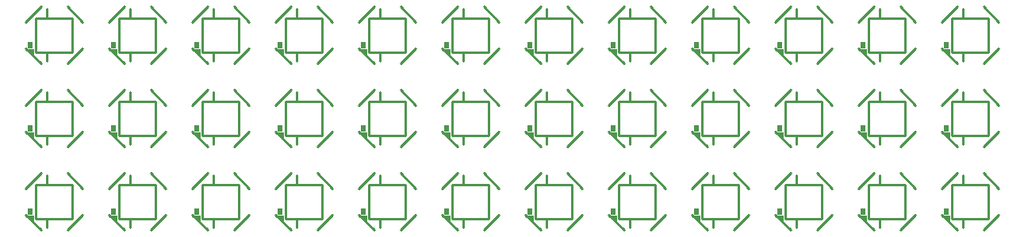
<source format=gbr>
G04 start of page 8 for group -4079 idx -4079 *
G04 Title: (unknown), topsilk *
G04 Creator: pcb 4.0.2 *
G04 CreationDate: Fri Mar 17 03:13:06 2023 UTC *
G04 For: railfan *
G04 Format: Gerber/RS-274X *
G04 PCB-Dimensions (mil): 4900.00 1150.00 *
G04 PCB-Coordinate-Origin: lower left *
%MOIN*%
%FSLAX25Y25*%
%LNTOPSILK*%
%ADD29C,0.0100*%
%ADD28C,0.0001*%
G54D28*G36*
X181500Y54500D02*X183500D01*
Y52000D01*
X181500D01*
Y54500D01*
G37*
G36*
X251500D02*X253500D01*
Y52000D01*
X251500D01*
Y54500D01*
G37*
G36*
X286500D02*X288500D01*
Y52000D01*
X286500D01*
Y54500D01*
G37*
G36*
X321500D02*X323500D01*
Y52000D01*
X321500D01*
Y54500D01*
G37*
G36*
X356500D02*X358500D01*
Y52000D01*
X356500D01*
Y54500D01*
G37*
G36*
X391500D02*X393500D01*
Y52000D01*
X391500D01*
Y54500D01*
G37*
G36*
X216500D02*X218500D01*
Y52000D01*
X216500D01*
Y54500D01*
G37*
G36*
X216000Y51500D02*X219000D01*
Y48500D01*
X216000Y51500D01*
G37*
G36*
X251000D02*X254000D01*
Y48500D01*
X251000Y51500D01*
G37*
G36*
X286000D02*X289000D01*
Y48500D01*
X286000Y51500D01*
G37*
G36*
X321000D02*X324000D01*
Y48500D01*
X321000Y51500D01*
G37*
G36*
X356000D02*X359000D01*
Y48500D01*
X356000Y51500D01*
G37*
G36*
X391000D02*X394000D01*
Y48500D01*
X391000Y51500D01*
G37*
G36*
X426500Y54500D02*X428500D01*
Y52000D01*
X426500D01*
Y54500D01*
G37*
G36*
X426000Y51500D02*X429000D01*
Y48500D01*
X426000Y51500D01*
G37*
G36*
X41500Y54500D02*X43500D01*
Y52000D01*
X41500D01*
Y54500D01*
G37*
G36*
X41000Y51500D02*X44000D01*
Y48500D01*
X41000Y51500D01*
G37*
G36*
X76500Y54500D02*X78500D01*
Y52000D01*
X76500D01*
Y54500D01*
G37*
G36*
X76000Y51500D02*X79000D01*
Y48500D01*
X76000Y51500D01*
G37*
G36*
X41500Y89500D02*X43500D01*
Y87000D01*
X41500D01*
Y89500D01*
G37*
G36*
X76500D02*X78500D01*
Y87000D01*
X76500D01*
Y89500D01*
G37*
G36*
X111500D02*X113500D01*
Y87000D01*
X111500D01*
Y89500D01*
G37*
G36*
X41000Y86500D02*X44000D01*
Y83500D01*
X41000Y86500D01*
G37*
G36*
X76000D02*X79000D01*
Y83500D01*
X76000Y86500D01*
G37*
G36*
X111000D02*X114000D01*
Y83500D01*
X111000Y86500D01*
G37*
G36*
X216000D02*X219000D01*
Y83500D01*
X216000Y86500D01*
G37*
G36*
X181000Y51500D02*X184000D01*
Y48500D01*
X181000Y51500D01*
G37*
G36*
Y86500D02*X184000D01*
Y83500D01*
X181000Y86500D01*
G37*
G36*
X146500Y89500D02*X148500D01*
Y87000D01*
X146500D01*
Y89500D01*
G37*
G36*
X181500D02*X183500D01*
Y87000D01*
X181500D01*
Y89500D01*
G37*
G36*
X216500D02*X218500D01*
Y87000D01*
X216500D01*
Y89500D01*
G37*
G36*
X251500D02*X253500D01*
Y87000D01*
X251500D01*
Y89500D01*
G37*
G36*
X251000Y86500D02*X254000D01*
Y83500D01*
X251000Y86500D01*
G37*
G36*
X286500Y89500D02*X288500D01*
Y87000D01*
X286500D01*
Y89500D01*
G37*
G36*
X356500D02*X358500D01*
Y87000D01*
X356500D01*
Y89500D01*
G37*
G36*
X391500D02*X393500D01*
Y87000D01*
X391500D01*
Y89500D01*
G37*
G36*
X426500D02*X428500D01*
Y87000D01*
X426500D01*
Y89500D01*
G37*
G36*
X286000Y86500D02*X289000D01*
Y83500D01*
X286000Y86500D01*
G37*
G36*
X321500Y89500D02*X323500D01*
Y87000D01*
X321500D01*
Y89500D01*
G37*
G36*
X321000Y86500D02*X324000D01*
Y83500D01*
X321000Y86500D01*
G37*
G36*
X356000D02*X359000D01*
Y83500D01*
X356000Y86500D01*
G37*
G36*
X391000D02*X394000D01*
Y83500D01*
X391000Y86500D01*
G37*
G36*
X426000D02*X429000D01*
Y83500D01*
X426000Y86500D01*
G37*
G36*
X111500Y54500D02*X113500D01*
Y52000D01*
X111500D01*
Y54500D01*
G37*
G36*
X111000Y51500D02*X114000D01*
Y48500D01*
X111000Y51500D01*
G37*
G36*
X146500Y54500D02*X148500D01*
Y52000D01*
X146500D01*
Y54500D01*
G37*
G36*
X146000Y51500D02*X149000D01*
Y48500D01*
X146000Y51500D01*
G37*
G36*
Y86500D02*X149000D01*
Y83500D01*
X146000Y86500D01*
G37*
G36*
X146500Y19500D02*X148500D01*
Y17000D01*
X146500D01*
Y19500D01*
G37*
G36*
X146000Y16500D02*X149000D01*
Y13500D01*
X146000Y16500D01*
G37*
G36*
X41500Y19500D02*X43500D01*
Y17000D01*
X41500D01*
Y19500D01*
G37*
G36*
X41000Y16500D02*X44000D01*
Y13500D01*
X41000Y16500D01*
G37*
G36*
X76500Y19500D02*X78500D01*
Y17000D01*
X76500D01*
Y19500D01*
G37*
G36*
X76000Y16500D02*X79000D01*
Y13500D01*
X76000Y16500D01*
G37*
G36*
X111500Y19500D02*X113500D01*
Y17000D01*
X111500D01*
Y19500D01*
G37*
G36*
X111000Y16500D02*X114000D01*
Y13500D01*
X111000Y16500D01*
G37*
G36*
X181500Y19500D02*X183500D01*
Y17000D01*
X181500D01*
Y19500D01*
G37*
G36*
X181000Y16500D02*X184000D01*
Y13500D01*
X181000Y16500D01*
G37*
G36*
X216500Y19500D02*X218500D01*
Y17000D01*
X216500D01*
Y19500D01*
G37*
G36*
X216000Y16500D02*X219000D01*
Y13500D01*
X216000Y16500D01*
G37*
G36*
X251500Y19500D02*X253500D01*
Y17000D01*
X251500D01*
Y19500D01*
G37*
G36*
X251000Y16500D02*X254000D01*
Y13500D01*
X251000Y16500D01*
G37*
G36*
X286500Y19500D02*X288500D01*
Y17000D01*
X286500D01*
Y19500D01*
G37*
G36*
X286000Y16500D02*X289000D01*
Y13500D01*
X286000Y16500D01*
G37*
G36*
X321500Y19500D02*X323500D01*
Y17000D01*
X321500D01*
Y19500D01*
G37*
G36*
X321000Y16500D02*X324000D01*
Y13500D01*
X321000Y16500D01*
G37*
G36*
X356500Y19500D02*X358500D01*
Y17000D01*
X356500D01*
Y19500D01*
G37*
G36*
X391500D02*X393500D01*
Y17000D01*
X391500D01*
Y19500D01*
G37*
G36*
X426500D02*X428500D01*
Y17000D01*
X426500D01*
Y19500D01*
G37*
G36*
X356000Y16500D02*X359000D01*
Y13500D01*
X356000Y16500D01*
G37*
G36*
X391000D02*X394000D01*
Y13500D01*
X391000Y16500D01*
G37*
G36*
X426000D02*X429000D01*
Y13500D01*
X426000Y16500D01*
G37*
G54D29*X119500Y65000D02*Y68500D01*
X110500Y63000D02*X117000Y69500D01*
X128000D02*X134500Y63000D01*
X119500Y50000D02*Y46500D01*
X128000Y45500D02*X134500Y52000D01*
X110500D02*X117000Y45500D01*
X154500Y50000D02*Y46500D01*
X163000Y45500D02*X169500Y52000D01*
X145500D02*X152000Y45500D01*
X154500Y65000D02*Y68500D01*
X145500Y63000D02*X152000Y69500D01*
X163000D02*X169500Y63000D01*
X189500Y65000D02*Y68500D01*
X180500Y63000D02*X187000Y69500D01*
X58000D02*X64500Y63000D01*
X58000Y45500D02*X64500Y52000D01*
X84500Y65000D02*Y68500D01*
Y50000D02*Y46500D01*
X75500Y63000D02*X82000Y69500D01*
X75500Y52000D02*X82000Y45500D01*
X49500Y65000D02*Y68500D01*
Y50000D02*Y46500D01*
X40500Y63000D02*X47000Y69500D01*
X40500Y52000D02*X47000Y45500D01*
X40500Y28000D02*X47000Y34500D01*
X93000Y69500D02*X99500Y63000D01*
X49500Y100000D02*Y103500D01*
X40500Y98000D02*X47000Y104500D01*
X58000D02*X64500Y98000D01*
X49500Y85000D02*Y81500D01*
X58000Y80500D02*X64500Y87000D01*
X40500D02*X47000Y80500D01*
X84500Y85000D02*Y81500D01*
X93000Y80500D02*X99500Y87000D01*
X75500D02*X82000Y80500D01*
X84500Y100000D02*Y103500D01*
X75500Y98000D02*X82000Y104500D01*
X93000D02*X99500Y98000D01*
X119500Y100000D02*Y103500D01*
X110500Y98000D02*X117000Y104500D01*
X119500Y85000D02*Y81500D01*
X128000Y80500D02*X134500Y87000D01*
X110500D02*X117000Y80500D01*
X128000Y104500D02*X134500Y98000D01*
X154500Y100000D02*Y103500D01*
X145500Y98000D02*X152000Y104500D01*
X163000D02*X169500Y98000D01*
X189500Y100000D02*Y103500D01*
X180500Y98000D02*X187000Y104500D01*
X154500Y85000D02*Y81500D01*
X163000Y80500D02*X169500Y87000D01*
X145500D02*X152000Y80500D01*
X189500Y85000D02*Y81500D01*
X180500Y87000D02*X187000Y80500D01*
X93000Y45500D02*X99500Y52000D01*
X49500Y30000D02*Y33500D01*
X58000Y34500D02*X64500Y28000D01*
X75500D02*X82000Y34500D01*
X49500Y15000D02*Y11500D01*
X58000Y10500D02*X64500Y17000D01*
X40500D02*X47000Y10500D01*
X84500Y15000D02*Y11500D01*
X93000Y10500D02*X99500Y17000D01*
X75500D02*X82000Y10500D01*
X84500Y30000D02*Y33500D01*
X93000Y34500D02*X99500Y28000D01*
X119500Y30000D02*Y33500D01*
X110500Y28000D02*X117000Y34500D01*
X128000D02*X134500Y28000D01*
X154500Y30000D02*Y33500D01*
X145500Y28000D02*X152000Y34500D01*
X119500Y15000D02*Y11500D01*
X128000Y10500D02*X134500Y17000D01*
X110500D02*X117000Y10500D01*
X154500Y15000D02*Y11500D01*
X145500Y17000D02*X152000Y10500D01*
X189500Y50000D02*Y46500D01*
X180500Y52000D02*X187000Y45500D01*
X198000Y69500D02*X204500Y63000D01*
X224500Y65000D02*Y68500D01*
X215500Y63000D02*X222000Y69500D01*
X198000Y45500D02*X204500Y52000D01*
X224500Y50000D02*Y46500D01*
X233000Y45500D02*X239500Y52000D01*
X215500D02*X222000Y45500D01*
X259500Y50000D02*Y46500D01*
X250500Y52000D02*X257000Y45500D01*
X233000Y69500D02*X239500Y63000D01*
X259500Y65000D02*Y68500D01*
X250500Y63000D02*X257000Y69500D01*
X268000D02*X274500Y63000D01*
X268000Y45500D02*X274500Y52000D01*
X303000Y45500D02*X309500Y52000D01*
X285500D02*X292000Y45500D01*
X294500Y65000D02*Y68500D01*
Y50000D02*Y46500D01*
X285500Y63000D02*X292000Y69500D01*
X303000D02*X309500Y63000D01*
X329500Y65000D02*Y68500D01*
X320500Y63000D02*X327000Y69500D01*
X329500Y50000D02*Y46500D01*
X338000Y45500D02*X344500Y52000D01*
X320500D02*X327000Y45500D01*
X338000Y69500D02*X344500Y63000D01*
X364500Y65000D02*Y68500D01*
X355500Y63000D02*X362000Y69500D01*
X373000D02*X379500Y63000D01*
X399500Y65000D02*Y68500D01*
X390500Y63000D02*X397000Y69500D01*
X364500Y50000D02*Y46500D01*
X373000Y45500D02*X379500Y52000D01*
X355500D02*X362000Y45500D01*
X399500Y50000D02*Y46500D01*
X390500Y52000D02*X397000Y45500D01*
X408000Y69500D02*X414500Y63000D01*
X434500Y65000D02*Y68500D01*
X425500Y63000D02*X432000Y69500D01*
X443000D02*X449500Y63000D01*
X408000Y45500D02*X414500Y52000D01*
X434500Y50000D02*Y46500D01*
X443000Y45500D02*X449500Y52000D01*
X425500D02*X432000Y45500D01*
X198000Y104500D02*X204500Y98000D01*
X215500D02*X222000Y104500D01*
X233000D02*X239500Y98000D01*
X198000Y80500D02*X204500Y87000D01*
X233000Y80500D02*X239500Y87000D01*
X215500D02*X222000Y80500D01*
X259500Y85000D02*Y81500D01*
X268000Y80500D02*X274500Y87000D01*
X250500D02*X257000Y80500D01*
X224500Y100000D02*Y103500D01*
Y85000D02*Y81500D01*
X259500Y100000D02*Y103500D01*
X250500Y98000D02*X257000Y104500D01*
X268000D02*X274500Y98000D01*
X294500Y100000D02*Y103500D01*
X285500Y98000D02*X292000Y104500D01*
X294500Y85000D02*Y81500D01*
X303000Y80500D02*X309500Y87000D01*
X285500D02*X292000Y80500D01*
X303000Y104500D02*X309500Y98000D01*
X329500Y100000D02*Y103500D01*
X320500Y98000D02*X327000Y104500D01*
X338000D02*X344500Y98000D01*
X364500Y100000D02*Y103500D01*
X355500Y98000D02*X362000Y104500D01*
X329500Y85000D02*Y81500D01*
X338000Y80500D02*X344500Y87000D01*
X320500D02*X327000Y80500D01*
X364500Y85000D02*Y81500D01*
X355500Y87000D02*X362000Y80500D01*
X373000Y104500D02*X379500Y98000D01*
X399500Y100000D02*Y103500D01*
X390500Y98000D02*X397000Y104500D01*
X373000Y80500D02*X379500Y87000D01*
X399500Y85000D02*Y81500D01*
X408000Y80500D02*X414500Y87000D01*
X390500D02*X397000Y80500D01*
X434500Y85000D02*Y81500D01*
X425500Y87000D02*X432000Y80500D01*
X408000Y104500D02*X414500Y98000D01*
X434500Y100000D02*Y103500D01*
X425500Y98000D02*X432000Y104500D01*
X443000D02*X449500Y98000D01*
X443000Y80500D02*X449500Y87000D01*
X163000Y34500D02*X169500Y28000D01*
X180500D02*X187000Y34500D01*
X198000D02*X204500Y28000D01*
X163000Y10500D02*X169500Y17000D01*
X198000Y10500D02*X204500Y17000D01*
X180500D02*X187000Y10500D01*
X224500Y15000D02*Y11500D01*
X233000Y10500D02*X239500Y17000D01*
X215500D02*X222000Y10500D01*
X189500Y30000D02*Y33500D01*
Y15000D02*Y11500D01*
X224500Y30000D02*Y33500D01*
X215500Y28000D02*X222000Y34500D01*
X233000D02*X239500Y28000D01*
X259500Y30000D02*Y33500D01*
X250500Y28000D02*X257000Y34500D01*
X259500Y15000D02*Y11500D01*
X268000Y10500D02*X274500Y17000D01*
X250500D02*X257000Y10500D01*
X268000Y34500D02*X274500Y28000D01*
X294500Y30000D02*Y33500D01*
X285500Y28000D02*X292000Y34500D01*
X303000D02*X309500Y28000D01*
X329500Y30000D02*Y33500D01*
X320500Y28000D02*X327000Y34500D01*
X294500Y15000D02*Y11500D01*
X303000Y10500D02*X309500Y17000D01*
X285500D02*X292000Y10500D01*
X329500Y15000D02*Y11500D01*
X320500Y17000D02*X327000Y10500D01*
X338000Y34500D02*X344500Y28000D01*
X364500Y30000D02*Y33500D01*
X355500Y28000D02*X362000Y34500D01*
X338000Y10500D02*X344500Y17000D01*
X364500Y15000D02*Y11500D01*
X373000Y10500D02*X379500Y17000D01*
X355500D02*X362000Y10500D01*
X399500Y15000D02*Y11500D01*
X390500Y17000D02*X397000Y10500D01*
X373000Y34500D02*X379500Y28000D01*
X399500Y30000D02*Y33500D01*
X390500Y28000D02*X397000Y34500D01*
X408000D02*X414500Y28000D01*
X425500D02*X432000Y34500D01*
X443000D02*X449500Y28000D01*
X408000Y10500D02*X414500Y17000D01*
X443000Y10500D02*X449500Y17000D01*
X425500D02*X432000Y10500D01*
X434500Y30000D02*Y33500D01*
Y15000D02*Y11500D01*
X149823Y64587D02*Y50413D01*
Y64587D02*X165177D01*
Y50413D01*
X149823D02*X165177D01*
X184823Y64587D02*Y50413D01*
Y64587D02*X200177D01*
Y50413D01*
X184823D02*X200177D01*
X219823Y64587D02*Y50413D01*
Y64587D02*X235177D01*
Y50413D01*
X219823D02*X235177D01*
X254823Y64587D02*Y50413D01*
Y64587D02*X270177D01*
Y50413D01*
X254823D02*X270177D01*
X289823Y64587D02*Y50413D01*
Y64587D02*X305177D01*
Y50413D01*
X289823D02*X305177D01*
X324823Y64587D02*Y50413D01*
Y64587D02*X340177D01*
Y50413D01*
X324823D02*X340177D01*
X359823Y64587D02*Y50413D01*
Y64587D02*X375177D01*
Y50413D01*
X359823D02*X375177D01*
X394823Y64587D02*Y50413D01*
Y64587D02*X410177D01*
Y50413D01*
X394823D02*X410177D01*
X429823Y64587D02*Y50413D01*
Y64587D02*X445177D01*
Y50413D01*
X429823D02*X445177D01*
X219823Y99587D02*Y85413D01*
Y99587D02*X235177D01*
Y85413D01*
X219823D02*X235177D01*
X254823Y99587D02*Y85413D01*
Y99587D02*X270177D01*
Y85413D01*
X254823D02*X270177D01*
X289823Y99587D02*Y85413D01*
Y99587D02*X305177D01*
Y85413D01*
X289823D02*X305177D01*
X324823Y99587D02*Y85413D01*
Y99587D02*X340177D01*
Y85413D01*
X324823D02*X340177D01*
X359823Y99587D02*Y85413D01*
Y99587D02*X375177D01*
Y85413D01*
X359823D02*X375177D01*
X394823Y99587D02*Y85413D01*
Y99587D02*X410177D01*
Y85413D01*
X394823D02*X410177D01*
X429823Y99587D02*Y85413D01*
Y99587D02*X445177D01*
Y85413D01*
X429823D02*X445177D01*
X149823Y29587D02*Y15413D01*
Y29587D02*X165177D01*
Y15413D01*
X149823D02*X165177D01*
X184823Y29587D02*Y15413D01*
Y29587D02*X200177D01*
Y15413D01*
X184823D02*X200177D01*
X219823Y29587D02*Y15413D01*
Y29587D02*X235177D01*
Y15413D01*
X219823D02*X235177D01*
X254823Y29587D02*Y15413D01*
Y29587D02*X270177D01*
Y15413D01*
X254823D02*X270177D01*
X289823Y29587D02*Y15413D01*
Y29587D02*X305177D01*
Y15413D01*
X289823D02*X305177D01*
X324823Y29587D02*Y15413D01*
Y29587D02*X340177D01*
Y15413D01*
X324823D02*X340177D01*
X359823Y29587D02*Y15413D01*
Y29587D02*X375177D01*
Y15413D01*
X359823D02*X375177D01*
X394823Y29587D02*Y15413D01*
Y29587D02*X410177D01*
Y15413D01*
X394823D02*X410177D01*
X429823Y29587D02*Y15413D01*
Y29587D02*X445177D01*
Y15413D01*
X429823D02*X445177D01*
X44823Y64587D02*Y50413D01*
Y64587D02*X60177D01*
Y50413D01*
X44823D02*X60177D01*
X44823Y99587D02*Y85413D01*
Y99587D02*X60177D01*
Y85413D01*
X44823D02*X60177D01*
X79823Y64587D02*Y50413D01*
Y64587D02*X95177D01*
Y50413D01*
X79823D02*X95177D01*
X79823Y99587D02*Y85413D01*
Y99587D02*X95177D01*
Y85413D01*
X79823D02*X95177D01*
X44823Y29587D02*Y15413D01*
Y29587D02*X60177D01*
Y15413D01*
X44823D02*X60177D01*
X114823Y64587D02*Y50413D01*
Y64587D02*X130177D01*
Y50413D01*
X114823D02*X130177D01*
X114823Y99587D02*Y85413D01*
Y99587D02*X130177D01*
Y85413D01*
X114823D02*X130177D01*
X149823Y99587D02*Y85413D01*
Y99587D02*X165177D01*
Y85413D01*
X149823D02*X165177D01*
X184823Y99587D02*Y85413D01*
Y99587D02*X200177D01*
Y85413D01*
X184823D02*X200177D01*
X79823Y29587D02*Y15413D01*
Y29587D02*X95177D01*
Y15413D01*
X79823D02*X95177D01*
X114823Y29587D02*Y15413D01*
Y29587D02*X130177D01*
Y15413D01*
X114823D02*X130177D01*
M02*

</source>
